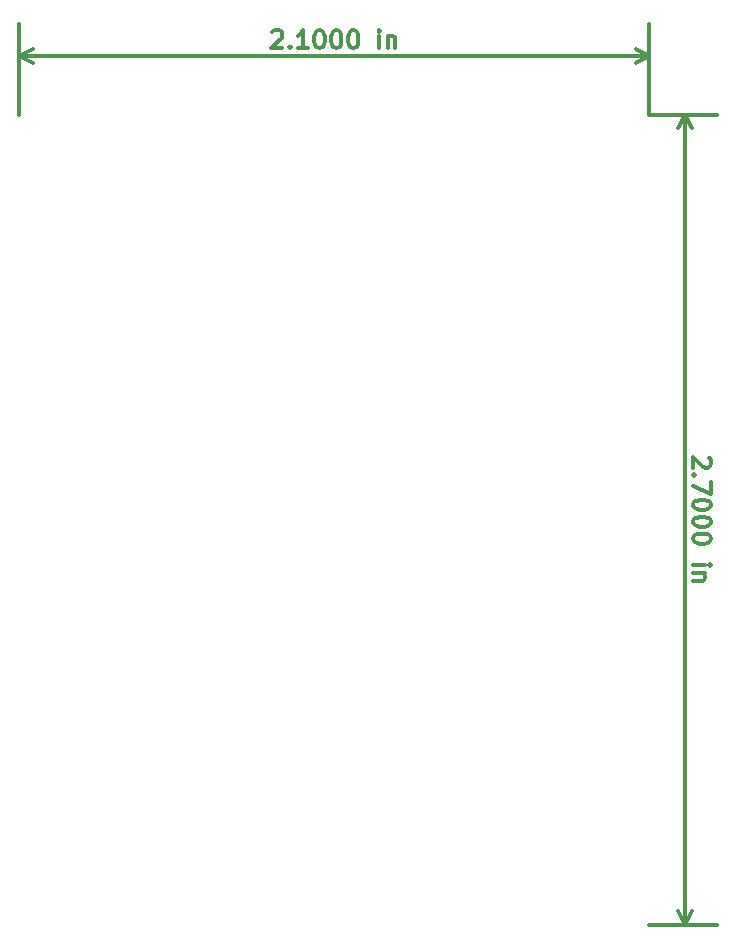
<source format=gbr>
G04 #@! TF.FileFunction,Other,User*
%FSLAX46Y46*%
G04 Gerber Fmt 4.6, Leading zero omitted, Abs format (unit mm)*
G04 Created by KiCad (PCBNEW 4.0.7) date 04/28/18 13:58:35*
%MOMM*%
%LPD*%
G01*
G04 APERTURE LIST*
%ADD10C,0.100000*%
%ADD11C,0.300000*%
G04 APERTURE END LIST*
D10*
D11*
X185416571Y-105240001D02*
X185488000Y-105311430D01*
X185559429Y-105454287D01*
X185559429Y-105811430D01*
X185488000Y-105954287D01*
X185416571Y-106025716D01*
X185273714Y-106097144D01*
X185130857Y-106097144D01*
X184916571Y-106025716D01*
X184059429Y-105168573D01*
X184059429Y-106097144D01*
X184202286Y-106740001D02*
X184130857Y-106811429D01*
X184059429Y-106740001D01*
X184130857Y-106668572D01*
X184202286Y-106740001D01*
X184059429Y-106740001D01*
X185559429Y-107311430D02*
X185559429Y-108311430D01*
X184059429Y-107668573D01*
X185559429Y-109168572D02*
X185559429Y-109311429D01*
X185488000Y-109454286D01*
X185416571Y-109525715D01*
X185273714Y-109597144D01*
X184988000Y-109668572D01*
X184630857Y-109668572D01*
X184345143Y-109597144D01*
X184202286Y-109525715D01*
X184130857Y-109454286D01*
X184059429Y-109311429D01*
X184059429Y-109168572D01*
X184130857Y-109025715D01*
X184202286Y-108954286D01*
X184345143Y-108882858D01*
X184630857Y-108811429D01*
X184988000Y-108811429D01*
X185273714Y-108882858D01*
X185416571Y-108954286D01*
X185488000Y-109025715D01*
X185559429Y-109168572D01*
X185559429Y-110597143D02*
X185559429Y-110740000D01*
X185488000Y-110882857D01*
X185416571Y-110954286D01*
X185273714Y-111025715D01*
X184988000Y-111097143D01*
X184630857Y-111097143D01*
X184345143Y-111025715D01*
X184202286Y-110954286D01*
X184130857Y-110882857D01*
X184059429Y-110740000D01*
X184059429Y-110597143D01*
X184130857Y-110454286D01*
X184202286Y-110382857D01*
X184345143Y-110311429D01*
X184630857Y-110240000D01*
X184988000Y-110240000D01*
X185273714Y-110311429D01*
X185416571Y-110382857D01*
X185488000Y-110454286D01*
X185559429Y-110597143D01*
X185559429Y-112025714D02*
X185559429Y-112168571D01*
X185488000Y-112311428D01*
X185416571Y-112382857D01*
X185273714Y-112454286D01*
X184988000Y-112525714D01*
X184630857Y-112525714D01*
X184345143Y-112454286D01*
X184202286Y-112382857D01*
X184130857Y-112311428D01*
X184059429Y-112168571D01*
X184059429Y-112025714D01*
X184130857Y-111882857D01*
X184202286Y-111811428D01*
X184345143Y-111740000D01*
X184630857Y-111668571D01*
X184988000Y-111668571D01*
X185273714Y-111740000D01*
X185416571Y-111811428D01*
X185488000Y-111882857D01*
X185559429Y-112025714D01*
X184059429Y-114311428D02*
X185059429Y-114311428D01*
X185559429Y-114311428D02*
X185488000Y-114239999D01*
X185416571Y-114311428D01*
X185488000Y-114382856D01*
X185559429Y-114311428D01*
X185416571Y-114311428D01*
X185059429Y-115025714D02*
X184059429Y-115025714D01*
X184916571Y-115025714D02*
X184988000Y-115097142D01*
X185059429Y-115240000D01*
X185059429Y-115454285D01*
X184988000Y-115597142D01*
X184845143Y-115668571D01*
X184059429Y-115668571D01*
X183388000Y-76200000D02*
X183388000Y-144780000D01*
X180340000Y-76200000D02*
X186088000Y-76200000D01*
X180340000Y-144780000D02*
X186088000Y-144780000D01*
X183388000Y-144780000D02*
X182801579Y-143653496D01*
X183388000Y-144780000D02*
X183974421Y-143653496D01*
X183388000Y-76200000D02*
X182801579Y-77326504D01*
X183388000Y-76200000D02*
X183974421Y-77326504D01*
X148420001Y-69218429D02*
X148491430Y-69147000D01*
X148634287Y-69075571D01*
X148991430Y-69075571D01*
X149134287Y-69147000D01*
X149205716Y-69218429D01*
X149277144Y-69361286D01*
X149277144Y-69504143D01*
X149205716Y-69718429D01*
X148348573Y-70575571D01*
X149277144Y-70575571D01*
X149920001Y-70432714D02*
X149991429Y-70504143D01*
X149920001Y-70575571D01*
X149848572Y-70504143D01*
X149920001Y-70432714D01*
X149920001Y-70575571D01*
X151420001Y-70575571D02*
X150562858Y-70575571D01*
X150991430Y-70575571D02*
X150991430Y-69075571D01*
X150848573Y-69289857D01*
X150705715Y-69432714D01*
X150562858Y-69504143D01*
X152348572Y-69075571D02*
X152491429Y-69075571D01*
X152634286Y-69147000D01*
X152705715Y-69218429D01*
X152777144Y-69361286D01*
X152848572Y-69647000D01*
X152848572Y-70004143D01*
X152777144Y-70289857D01*
X152705715Y-70432714D01*
X152634286Y-70504143D01*
X152491429Y-70575571D01*
X152348572Y-70575571D01*
X152205715Y-70504143D01*
X152134286Y-70432714D01*
X152062858Y-70289857D01*
X151991429Y-70004143D01*
X151991429Y-69647000D01*
X152062858Y-69361286D01*
X152134286Y-69218429D01*
X152205715Y-69147000D01*
X152348572Y-69075571D01*
X153777143Y-69075571D02*
X153920000Y-69075571D01*
X154062857Y-69147000D01*
X154134286Y-69218429D01*
X154205715Y-69361286D01*
X154277143Y-69647000D01*
X154277143Y-70004143D01*
X154205715Y-70289857D01*
X154134286Y-70432714D01*
X154062857Y-70504143D01*
X153920000Y-70575571D01*
X153777143Y-70575571D01*
X153634286Y-70504143D01*
X153562857Y-70432714D01*
X153491429Y-70289857D01*
X153420000Y-70004143D01*
X153420000Y-69647000D01*
X153491429Y-69361286D01*
X153562857Y-69218429D01*
X153634286Y-69147000D01*
X153777143Y-69075571D01*
X155205714Y-69075571D02*
X155348571Y-69075571D01*
X155491428Y-69147000D01*
X155562857Y-69218429D01*
X155634286Y-69361286D01*
X155705714Y-69647000D01*
X155705714Y-70004143D01*
X155634286Y-70289857D01*
X155562857Y-70432714D01*
X155491428Y-70504143D01*
X155348571Y-70575571D01*
X155205714Y-70575571D01*
X155062857Y-70504143D01*
X154991428Y-70432714D01*
X154920000Y-70289857D01*
X154848571Y-70004143D01*
X154848571Y-69647000D01*
X154920000Y-69361286D01*
X154991428Y-69218429D01*
X155062857Y-69147000D01*
X155205714Y-69075571D01*
X157491428Y-70575571D02*
X157491428Y-69575571D01*
X157491428Y-69075571D02*
X157419999Y-69147000D01*
X157491428Y-69218429D01*
X157562856Y-69147000D01*
X157491428Y-69075571D01*
X157491428Y-69218429D01*
X158205714Y-69575571D02*
X158205714Y-70575571D01*
X158205714Y-69718429D02*
X158277142Y-69647000D01*
X158420000Y-69575571D01*
X158634285Y-69575571D01*
X158777142Y-69647000D01*
X158848571Y-69789857D01*
X158848571Y-70575571D01*
X127000000Y-71247000D02*
X180340000Y-71247000D01*
X127000000Y-76200000D02*
X127000000Y-68547000D01*
X180340000Y-76200000D02*
X180340000Y-68547000D01*
X180340000Y-71247000D02*
X179213496Y-71833421D01*
X180340000Y-71247000D02*
X179213496Y-70660579D01*
X127000000Y-71247000D02*
X128126504Y-71833421D01*
X127000000Y-71247000D02*
X128126504Y-70660579D01*
M02*

</source>
